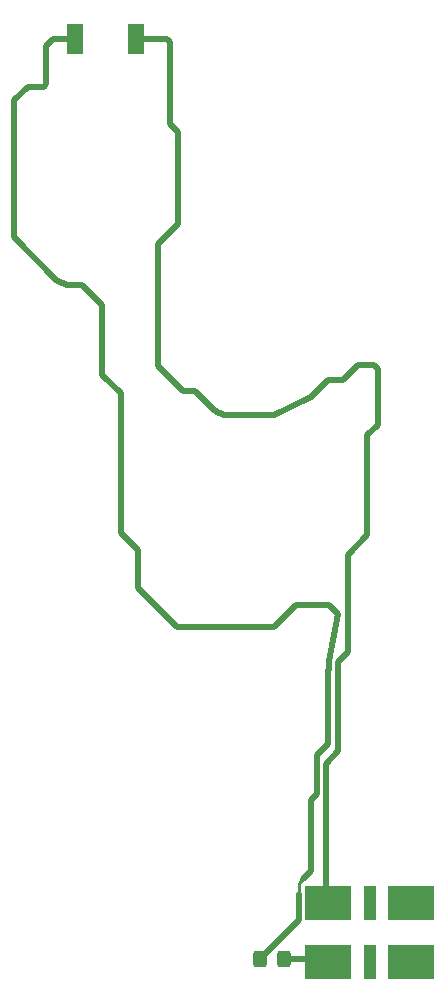
<source format=gbl>
G04 #@! TF.GenerationSoftware,KiCad,Pcbnew,8.0.4-1.fc40*
G04 #@! TF.CreationDate,2024-09-16T09:24:30-07:00*
G04 #@! TF.ProjectId,mrfixit,6d726669-7869-4742-9e6b-696361645f70,rev?*
G04 #@! TF.SameCoordinates,Original*
G04 #@! TF.FileFunction,Copper,L2,Bot*
G04 #@! TF.FilePolarity,Positive*
%FSLAX46Y46*%
G04 Gerber Fmt 4.6, Leading zero omitted, Abs format (unit mm)*
G04 Created by KiCad (PCBNEW 8.0.4-1.fc40) date 2024-09-16 09:24:30*
%MOMM*%
%LPD*%
G01*
G04 APERTURE LIST*
G04 Aperture macros list*
%AMRoundRect*
0 Rectangle with rounded corners*
0 $1 Rounding radius*
0 $2 $3 $4 $5 $6 $7 $8 $9 X,Y pos of 4 corners*
0 Add a 4 corners polygon primitive as box body*
4,1,4,$2,$3,$4,$5,$6,$7,$8,$9,$2,$3,0*
0 Add four circle primitives for the rounded corners*
1,1,$1+$1,$2,$3*
1,1,$1+$1,$4,$5*
1,1,$1+$1,$6,$7*
1,1,$1+$1,$8,$9*
0 Add four rect primitives between the rounded corners*
20,1,$1+$1,$2,$3,$4,$5,0*
20,1,$1+$1,$4,$5,$6,$7,0*
20,1,$1+$1,$6,$7,$8,$9,0*
20,1,$1+$1,$8,$9,$2,$3,0*%
G04 Aperture macros list end*
G04 #@! TA.AperFunction,SMDPad,CuDef*
%ADD10R,4.000000X3.000000*%
G04 #@! TD*
G04 #@! TA.AperFunction,SMDPad,CuDef*
%ADD11R,1.000000X3.000000*%
G04 #@! TD*
G04 #@! TA.AperFunction,SMDPad,CuDef*
%ADD12RoundRect,0.250000X-0.325000X-0.450000X0.325000X-0.450000X0.325000X0.450000X-0.325000X0.450000X0*%
G04 #@! TD*
G04 #@! TA.AperFunction,SMDPad,CuDef*
%ADD13R,1.400000X2.600000*%
G04 #@! TD*
G04 #@! TA.AperFunction,Conductor*
%ADD14C,0.500000*%
G04 #@! TD*
G04 #@! TA.AperFunction,Conductor*
%ADD15C,0.250000*%
G04 #@! TD*
G04 APERTURE END LIST*
D10*
G04 #@! TO.P,J1,1*
G04 #@! TO.N,Net-(J1-Pad1)*
X132630000Y-129590000D03*
G04 #@! TO.P,J1,2*
G04 #@! TO.N,Net-(J1-Pad2)*
X132630000Y-134630000D03*
D11*
G04 #@! TO.P,J1,3*
G04 #@! TO.N,Net-(J1-Pad3)*
X129090000Y-129590000D03*
G04 #@! TO.P,J1,4*
G04 #@! TO.N,Net-(J1-Pad4)*
X129090000Y-134630000D03*
D10*
G04 #@! TO.P,J1,5*
G04 #@! TO.N,+3V3*
X125550000Y-129590000D03*
G04 #@! TO.P,J1,6*
G04 #@! TO.N,GND*
X125550000Y-134630000D03*
G04 #@! TD*
D12*
G04 #@! TO.P,R1,1*
G04 #@! TO.N,Net-(D1-Pad1)*
X119825000Y-134310000D03*
G04 #@! TO.P,R1,2*
G04 #@! TO.N,GND*
X121875000Y-134310000D03*
G04 #@! TD*
D13*
G04 #@! TO.P,D1,1*
G04 #@! TO.N,Net-(D1-Pad1)*
X104120000Y-56480000D03*
G04 #@! TO.P,D1,2*
G04 #@! TO.N,+3V3*
X109320000Y-56480000D03*
G04 #@! TD*
D14*
G04 #@! TO.N,+3V3*
X112846934Y-64306934D02*
X112846934Y-72126934D01*
X129470000Y-84040000D02*
X129790000Y-84360000D01*
X116076811Y-87949864D02*
X116210739Y-88012283D01*
X126430000Y-116750000D02*
X125380000Y-117800000D01*
X125380000Y-117800000D02*
X125380000Y-129260000D01*
X129790000Y-89139523D02*
X128910000Y-90019523D01*
X109320000Y-56480000D02*
X111930000Y-56480000D01*
X112190000Y-56740000D02*
X112190000Y-63650000D01*
X116773751Y-88267647D02*
X116823868Y-88290000D01*
X114269998Y-86220000D02*
X115930229Y-87880231D01*
X116485330Y-88137878D02*
X116626865Y-88201759D01*
X116346719Y-88074810D02*
X116485330Y-88137878D01*
X127240000Y-100130000D02*
X127240000Y-108380000D01*
X116626865Y-88201759D02*
X116773751Y-88267647D01*
X111170000Y-84130000D02*
X113260000Y-86220000D01*
X125586510Y-85323490D02*
X126856510Y-85323490D01*
X128910000Y-98460000D02*
X127240000Y-100130000D01*
X111170000Y-73810000D02*
X111170000Y-84130000D01*
X116210739Y-88012283D02*
X116346719Y-88074810D01*
X116823868Y-88290000D02*
X120986548Y-88290000D01*
X126856510Y-85323490D02*
X128140000Y-84040000D01*
X124171567Y-86738433D02*
X125586510Y-85323490D01*
X115930229Y-87880231D02*
X115944097Y-87886948D01*
X113260000Y-86220000D02*
X114269998Y-86220000D01*
X127240000Y-108380000D02*
X126430000Y-109190000D01*
X112190000Y-63650000D02*
X112846934Y-64306934D01*
X115944097Y-87886948D02*
X116076811Y-87949864D01*
X129790000Y-84360000D02*
X129790000Y-89139523D01*
X112846934Y-72126934D02*
X112850000Y-72130000D01*
X111930000Y-56480000D02*
X112190000Y-56740000D01*
X126430000Y-109190000D02*
X126430000Y-116750000D01*
X128910000Y-90019523D02*
X128910000Y-98460000D01*
X120986548Y-88290000D02*
X124171567Y-86738433D01*
X112850000Y-72130000D02*
X111170000Y-73810000D01*
X128140000Y-84040000D02*
X129470000Y-84040000D01*
G04 #@! TO.N,Net-(D1-Pad1)*
X100160000Y-60480000D02*
X101510000Y-60480000D01*
X122830000Y-104350000D02*
X120964123Y-106215876D01*
X125681014Y-109808986D02*
X125681014Y-109109346D01*
X101510000Y-60480000D02*
X101690000Y-60300000D01*
X108011547Y-86450085D02*
X106430264Y-84868802D01*
X109508135Y-102928135D02*
X109500000Y-102913861D01*
X123490000Y-127538875D02*
X124113350Y-126915525D01*
X125550000Y-109940000D02*
X125681014Y-109808986D01*
D15*
X123099999Y-128810000D02*
X123099999Y-127928876D01*
D14*
X108011547Y-98241547D02*
X108011547Y-86450085D01*
X119825000Y-134310000D02*
X123099999Y-131035001D01*
D15*
X123099999Y-127928876D02*
X123490000Y-127538875D01*
D14*
X120964123Y-106215876D02*
X112795876Y-106215876D01*
X125550000Y-116125044D02*
X125550000Y-109940000D01*
X106430264Y-84868802D02*
X106430264Y-79000264D01*
X102290000Y-56480000D02*
X104120000Y-56480000D01*
X102769818Y-76980286D02*
X102650112Y-76930116D01*
X125684844Y-104350000D02*
X122830000Y-104350000D01*
X124113350Y-126915525D02*
X124113350Y-120863350D01*
X124640000Y-120336700D02*
X124640000Y-117035044D01*
X103055810Y-77095200D02*
X102912421Y-77038297D01*
X103197499Y-77150309D02*
X103055810Y-77095200D01*
X102912421Y-77038297D02*
X102769818Y-76980286D01*
X124640000Y-117035044D02*
X125550000Y-116125044D01*
X98950000Y-73230004D02*
X98950000Y-61721086D01*
X101690000Y-57080000D02*
X102290000Y-56480000D01*
X124113350Y-120863350D02*
X124640000Y-120336700D01*
X102650112Y-76930116D02*
X98950000Y-73230004D01*
X98950000Y-61721086D02*
X98987106Y-61652894D01*
X103340711Y-77205116D02*
X103197499Y-77150309D01*
X109500000Y-102913861D02*
X109500000Y-99730000D01*
X103566337Y-77290000D02*
X103485472Y-77259787D01*
X126446165Y-105111321D02*
X125684844Y-104350000D01*
X103485472Y-77259787D02*
X103340711Y-77205116D01*
X125681014Y-109109346D02*
X126446165Y-105111321D01*
X112795876Y-106215876D02*
X109508135Y-102928135D01*
X101690000Y-60300000D02*
X101690000Y-57080000D01*
X98987106Y-61652894D02*
X100160000Y-60480000D01*
X123099999Y-131035001D02*
X123099999Y-128810000D01*
X104720000Y-77290000D02*
X103566337Y-77290000D01*
X109500000Y-99730000D02*
X108011547Y-98241547D01*
X106430264Y-79000264D02*
X104720000Y-77290000D01*
G04 #@! TO.N,GND*
X121875000Y-134310000D02*
X125230000Y-134310000D01*
X125230000Y-134310000D02*
X125550000Y-134630000D01*
G04 #@! TD*
M02*

</source>
